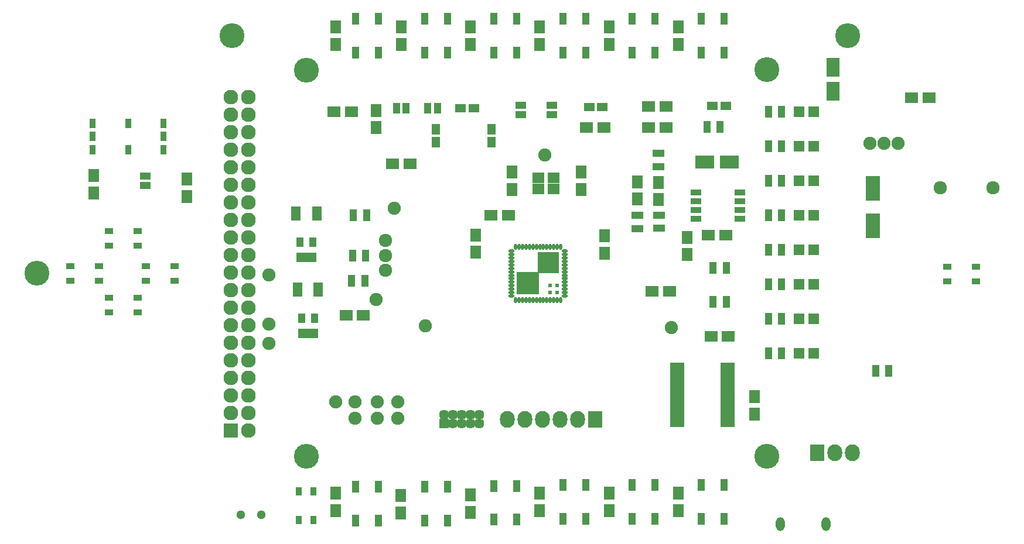
<source format=gts>
G04 #@! TF.GenerationSoftware,KiCad,Pcbnew,(2016-12-18 revision 3ffa37c)-master*
G04 #@! TF.CreationDate,2017-05-23T14:06:46-07:00*
G04 #@! TF.ProjectId,badge-kicad,62616467652D6B696361642E6B696361,rev?*
G04 #@! TF.FileFunction,Soldermask,Top*
G04 #@! TF.FilePolarity,Negative*
%FSLAX46Y46*%
G04 Gerber Fmt 4.6, Leading zero omitted, Abs format (unit mm)*
G04 Created by KiCad (PCBNEW (2016-12-18 revision 3ffa37c)-master) date Tuesday, May 23, 2017 'PMt' 02:06:46 PM*
%MOMM*%
%LPD*%
G01*
G04 APERTURE LIST*
%ADD10C,0.150000*%
%ADD11R,0.564400X0.626900*%
%ADD12O,0.457200X0.914400*%
%ADD13O,0.914400X0.457200*%
%ADD14R,3.270000X3.270000*%
%ADD15R,3.120000X3.120000*%
%ADD16R,1.100000X1.700000*%
%ADD17R,1.650000X1.900000*%
%ADD18O,2.127200X2.432000*%
%ADD19R,2.127200X2.432000*%
%ADD20C,1.900000*%
%ADD21R,1.900000X1.650000*%
%ADD22R,1.600000X1.150000*%
%ADD23R,1.150000X1.600000*%
%ADD24C,3.600000*%
%ADD25O,1.299160X1.997660*%
%ADD26O,0.500006X1.200006*%
%ADD27R,2.753360X1.851660*%
%ADD28R,1.851660X2.753360*%
%ADD29R,1.997660X3.597860*%
%ADD30R,1.700000X1.100000*%
%ADD31R,1.543000X0.908000*%
%ADD32C,1.924000*%
%ADD33R,1.800000X1.600000*%
%ADD34R,0.900000X1.400000*%
%ADD35C,1.450000*%
%ADD36R,1.450000X1.450000*%
%ADD37O,2.127200X2.127200*%
%ADD38R,2.127200X2.127200*%
%ADD39C,1.300000*%
%ADD40R,2.150000X0.850000*%
%ADD41R,1.050000X1.460000*%
%ADD42R,1.400000X2.000000*%
%ADD43R,1.598880X1.598880*%
%ADD44R,1.598880X0.999440*%
%ADD45R,0.999440X1.598880*%
%ADD46R,0.901700X1.303020*%
%ADD47R,1.303020X0.901700*%
%ADD48R,1.102360X1.701800*%
G04 APERTURE END LIST*
D10*
D11*
X150539300Y-91932050D03*
X150539300Y-90932050D03*
X151539300Y-90932050D03*
X151539300Y-91932050D03*
D12*
X145539300Y-85304150D03*
X146039200Y-85304150D03*
X146539100Y-85304150D03*
X147039000Y-85304150D03*
X147538900Y-85304150D03*
X148038800Y-85304150D03*
X148538700Y-85304150D03*
X149038600Y-85304150D03*
X149538500Y-85304150D03*
X150038400Y-85304150D03*
X150538300Y-85304150D03*
X151038200Y-85304150D03*
X151538100Y-85304150D03*
X152038000Y-85304150D03*
X145539300Y-93059750D03*
X146039300Y-93059750D03*
X146539300Y-93059750D03*
X147039300Y-93059750D03*
X147539300Y-93059750D03*
X148039300Y-93059750D03*
X148539300Y-93059750D03*
X149039300Y-93059750D03*
X149539300Y-93059750D03*
X150039300Y-93059750D03*
X150539300Y-93059750D03*
X151039300Y-93059750D03*
X151539300Y-93059750D03*
X152039300Y-93059750D03*
D13*
X144900000Y-85932050D03*
X144900000Y-86432050D03*
X144900000Y-86932050D03*
X144900000Y-87432050D03*
X144900000Y-87932050D03*
X144900000Y-88432050D03*
X144900000Y-88932050D03*
X144900000Y-89432050D03*
X144900000Y-89932050D03*
X144900000Y-90432050D03*
X144900000Y-90932050D03*
X144900000Y-91432050D03*
X144900000Y-91932050D03*
X144900000Y-92432050D03*
X152655600Y-85932050D03*
X152655600Y-86432050D03*
X152655600Y-86932050D03*
X152655600Y-87432050D03*
X152655600Y-87932050D03*
X152655600Y-88432050D03*
X152655600Y-88932050D03*
X152655600Y-89432050D03*
X152655600Y-89932050D03*
X152655600Y-90432050D03*
X152655600Y-90932050D03*
X152655600Y-91432050D03*
X152655600Y-91932050D03*
X152655600Y-92432050D03*
D14*
X147277800Y-90600050D03*
D15*
X150227800Y-87631950D03*
D16*
X174080000Y-88362000D03*
X175980000Y-88362000D03*
D17*
X163170000Y-75902000D03*
X163170000Y-78402000D03*
D18*
X144330000Y-110262000D03*
X146870000Y-110262000D03*
X149410000Y-110262000D03*
X151950000Y-110262000D03*
X154490000Y-110262000D03*
D19*
X157030000Y-110262000D03*
D20*
X109868000Y-99276000D03*
X168034000Y-96990000D03*
X128030000Y-79762000D03*
X132474000Y-96736000D03*
X109868000Y-89370000D03*
X125362000Y-92926000D03*
X109868000Y-96482000D03*
D17*
X139770000Y-83622000D03*
X139770000Y-86122000D03*
X158355000Y-83737000D03*
X158355000Y-86237000D03*
D21*
X141990000Y-80762000D03*
X144490000Y-80762000D03*
D22*
X175880000Y-64962000D03*
X173980000Y-64962000D03*
D23*
X134030000Y-68312000D03*
X134030000Y-70212000D03*
D22*
X139480000Y-65262000D03*
X137580000Y-65262000D03*
D23*
X142030000Y-68312000D03*
X142030000Y-70212000D03*
D22*
X158080000Y-65062000D03*
X156180000Y-65062000D03*
D24*
X76340000Y-89116000D03*
D25*
X190429460Y-125461540D03*
X183830540Y-125461540D03*
D26*
X190430000Y-125462000D03*
X183830000Y-125462000D03*
D21*
X173400000Y-83592000D03*
X175900000Y-83592000D03*
D17*
X170320000Y-86462000D03*
X170320000Y-83962000D03*
X166220000Y-78492000D03*
X166220000Y-75992000D03*
D27*
X172902480Y-73072000D03*
X176397520Y-73072000D03*
D28*
X191430000Y-62809520D03*
X191430000Y-59314480D03*
D29*
X197130000Y-76864520D03*
X197130000Y-82259480D03*
D20*
X128530000Y-110162000D03*
X128530000Y-107762000D03*
X125530000Y-110162000D03*
X196736000Y-70320000D03*
X200800000Y-70320000D03*
X198768000Y-70320000D03*
X125530000Y-107762000D03*
X122330000Y-110162000D03*
X149780000Y-72012000D03*
X122330000Y-107762000D03*
X119530000Y-107762000D03*
D30*
X163170000Y-80762000D03*
X163170000Y-82662000D03*
X166170000Y-73692000D03*
X166170000Y-71792000D03*
D16*
X175080000Y-67962000D03*
X173180000Y-67962000D03*
D30*
X166270000Y-82642000D03*
X166270000Y-80742000D03*
D31*
X171625000Y-77417000D03*
X171625000Y-78687000D03*
X171625000Y-79957000D03*
X171625000Y-81227000D03*
X177975000Y-81227000D03*
X177975000Y-79957000D03*
X177975000Y-78687000D03*
X177975000Y-77417000D03*
D32*
X206930000Y-76762000D03*
X214530000Y-76762000D03*
D33*
X148830000Y-75362000D03*
X151030000Y-75362000D03*
X151030000Y-76962000D03*
X148830000Y-76962000D03*
D34*
X84430000Y-71262000D03*
X84430000Y-67462000D03*
X94630000Y-67462000D03*
X94630000Y-71262000D03*
X94630000Y-69362000D03*
X84430000Y-69362000D03*
X89530000Y-67462000D03*
X89530000Y-71262000D03*
D35*
X135180000Y-109642000D03*
X140260000Y-109642000D03*
X138990000Y-109642000D03*
X137720000Y-109642000D03*
X136450000Y-109642000D03*
X140260000Y-110912000D03*
X138990000Y-110912000D03*
X137720000Y-110912000D03*
X136450000Y-110912000D03*
D36*
X135180000Y-110912000D03*
D37*
X106940000Y-63640000D03*
X104400000Y-63640000D03*
X106940000Y-66180000D03*
X104400000Y-66180000D03*
X106940000Y-68720000D03*
X104400000Y-68720000D03*
X106940000Y-71260000D03*
X104400000Y-71260000D03*
X106940000Y-73800000D03*
X104400000Y-73800000D03*
X106940000Y-76340000D03*
X104400000Y-76340000D03*
X106940000Y-78880000D03*
X104400000Y-78880000D03*
X106940000Y-81420000D03*
X104400000Y-81420000D03*
X106940000Y-83960000D03*
X104400000Y-83960000D03*
X106940000Y-86500000D03*
X104400000Y-86500000D03*
X106940000Y-89040000D03*
X104400000Y-89040000D03*
X106940000Y-91580000D03*
X104400000Y-91580000D03*
X106940000Y-94120000D03*
X104400000Y-94120000D03*
X106940000Y-96660000D03*
X104400000Y-96660000D03*
X106940000Y-99200000D03*
X104400000Y-99200000D03*
X106940000Y-101740000D03*
X104400000Y-101740000D03*
X106940000Y-104280000D03*
X104400000Y-104280000D03*
X106940000Y-106820000D03*
X104400000Y-106820000D03*
X106940000Y-109360000D03*
X104400000Y-109360000D03*
X106940000Y-111900000D03*
D38*
X104400000Y-111900000D03*
D39*
X105780000Y-124087000D03*
X108780000Y-124087000D03*
D40*
X176130000Y-102537000D03*
X176130000Y-103187000D03*
X176130000Y-103837000D03*
X176130000Y-104487000D03*
X176130000Y-105137000D03*
X176130000Y-105787000D03*
X176130000Y-106437000D03*
X176130000Y-107087000D03*
X176130000Y-107737000D03*
X176130000Y-108387000D03*
X176130000Y-109037000D03*
X176130000Y-109687000D03*
X176130000Y-110337000D03*
X176130000Y-110987000D03*
X168930000Y-110987000D03*
X168930000Y-110337000D03*
X168930000Y-109687000D03*
X168930000Y-109037000D03*
X168930000Y-108387000D03*
X168930000Y-107737000D03*
X168930000Y-107087000D03*
X168930000Y-106437000D03*
X168930000Y-105787000D03*
X168930000Y-105137000D03*
X168930000Y-104487000D03*
X168930000Y-103837000D03*
X168930000Y-103187000D03*
X168930000Y-102537000D03*
D41*
X114580000Y-97862000D03*
X115530000Y-97862000D03*
X116480000Y-97862000D03*
X116480000Y-95662000D03*
X114580000Y-95662000D03*
X114330000Y-84662000D03*
X116230000Y-84662000D03*
X116230000Y-86862000D03*
X115280000Y-86862000D03*
X114330000Y-86862000D03*
D17*
X119530000Y-53512000D03*
X119530000Y-56012000D03*
X129030000Y-56012000D03*
X129030000Y-53512000D03*
X139030000Y-56012000D03*
X139030000Y-53512000D03*
X149030000Y-53512000D03*
X149030000Y-56012000D03*
X159030000Y-56012000D03*
X159030000Y-53512000D03*
X169030000Y-53512000D03*
X169030000Y-56012000D03*
X169030000Y-123512000D03*
X169030000Y-121012000D03*
X159030000Y-121012000D03*
X159030000Y-123512000D03*
X149030000Y-123512000D03*
X149030000Y-121012000D03*
X139030000Y-121262000D03*
X139030000Y-123762000D03*
X128930000Y-123812000D03*
X128930000Y-121312000D03*
X119530000Y-121012000D03*
X119530000Y-123512000D03*
D21*
X123530000Y-95262000D03*
X121030000Y-95262000D03*
D42*
X113780000Y-80512000D03*
X116780000Y-80512000D03*
X114030000Y-91512000D03*
X117030000Y-91512000D03*
D21*
X158280000Y-68012000D03*
X155780000Y-68012000D03*
D17*
X145030000Y-74512000D03*
X145030000Y-77012000D03*
D21*
X167280000Y-68012000D03*
X164780000Y-68012000D03*
X164780000Y-65012000D03*
X167280000Y-65012000D03*
X130280000Y-73262000D03*
X127780000Y-73262000D03*
D17*
X125370000Y-68072000D03*
X125370000Y-65572000D03*
D21*
X119280000Y-65762000D03*
X121780000Y-65762000D03*
D17*
X98030000Y-78012000D03*
X98030000Y-75512000D03*
X84530000Y-75012000D03*
X84530000Y-77512000D03*
D21*
X202780000Y-63762000D03*
X205280000Y-63762000D03*
X176280000Y-98262000D03*
X173780000Y-98262000D03*
X167780000Y-91762000D03*
X165280000Y-91762000D03*
D17*
X180030000Y-109512000D03*
X180030000Y-107012000D03*
X155030000Y-77012000D03*
X155030000Y-74512000D03*
D43*
X188579020Y-65762000D03*
X186480980Y-65762000D03*
X188579020Y-70762000D03*
X186480980Y-70762000D03*
X188579020Y-75762000D03*
X186480980Y-75762000D03*
X186480980Y-80762000D03*
X188579020Y-80762000D03*
X186480980Y-85762000D03*
X188579020Y-85762000D03*
X188579020Y-90762000D03*
X186480980Y-90762000D03*
X186480980Y-95762000D03*
X188579020Y-95762000D03*
X186480980Y-100762000D03*
X188579020Y-100762000D03*
D24*
X115330000Y-59762000D03*
X181830000Y-59662000D03*
X115330000Y-115662000D03*
X181830000Y-115662000D03*
X104530000Y-54762000D03*
X193530000Y-54762000D03*
D44*
X146280000Y-64810960D03*
X146280000Y-66213040D03*
X150780000Y-66213040D03*
X150780000Y-64810960D03*
D45*
X132828960Y-65262000D03*
X134231040Y-65262000D03*
X129731040Y-65262000D03*
X128328960Y-65262000D03*
D44*
X92030000Y-76463040D03*
X92030000Y-75060960D03*
D18*
X194210000Y-115162000D03*
X191670000Y-115162000D03*
D19*
X189130000Y-115162000D03*
D16*
X122080000Y-80762000D03*
X123980000Y-80762000D03*
X175980000Y-93262000D03*
X174080000Y-93262000D03*
X121830000Y-90262000D03*
X123730000Y-90262000D03*
X121980000Y-86562000D03*
X123880000Y-86562000D03*
X197580000Y-103262000D03*
X199480000Y-103262000D03*
X183980000Y-70762000D03*
X182080000Y-70762000D03*
X183980000Y-100762000D03*
X182080000Y-100762000D03*
X183980000Y-95762000D03*
X182080000Y-95762000D03*
X183980000Y-65762000D03*
X182080000Y-65762000D03*
X183980000Y-75762000D03*
X182080000Y-75762000D03*
X183980000Y-80762000D03*
X182080000Y-80762000D03*
X183980000Y-90762000D03*
X182080000Y-90762000D03*
X182080000Y-85762000D03*
X183980000Y-85762000D03*
D46*
X116354420Y-120689360D03*
X116354420Y-124834640D03*
X114205580Y-120689360D03*
X114205580Y-124834640D03*
D32*
X126730000Y-88712000D03*
X126730000Y-86562000D03*
X126730000Y-84412000D03*
D47*
X86779360Y-82999580D03*
X90924640Y-82999580D03*
X86779360Y-85148420D03*
X90924640Y-85148420D03*
X90924640Y-94800420D03*
X86779360Y-94800420D03*
X90924640Y-92651580D03*
X86779360Y-92651580D03*
X81191360Y-88079580D03*
X85336640Y-88079580D03*
X81191360Y-90228420D03*
X85336640Y-90228420D03*
X96258640Y-90228420D03*
X92113360Y-90228420D03*
X96258640Y-88079580D03*
X92113360Y-88079580D03*
X207957360Y-88187580D03*
X212102640Y-88187580D03*
X207957360Y-90336420D03*
X212102640Y-90336420D03*
D48*
X122381540Y-52313440D03*
X125678460Y-52313440D03*
X125678460Y-57210560D03*
X122381540Y-57210560D03*
X132381540Y-57210560D03*
X135678460Y-57210560D03*
X135678460Y-52313440D03*
X132381540Y-52313440D03*
X142381540Y-52313440D03*
X145678460Y-52313440D03*
X145678460Y-57210560D03*
X142381540Y-57210560D03*
X152381540Y-57210560D03*
X155678460Y-57210560D03*
X155678460Y-52313440D03*
X152381540Y-52313440D03*
X162381540Y-52313440D03*
X165678460Y-52313440D03*
X165678460Y-57210560D03*
X162381540Y-57210560D03*
X172381540Y-57210560D03*
X175678460Y-57210560D03*
X175678460Y-52313440D03*
X172381540Y-52313440D03*
X172381540Y-119813440D03*
X175678460Y-119813440D03*
X175678460Y-124710560D03*
X172381540Y-124710560D03*
X162381540Y-124710560D03*
X165678460Y-124710560D03*
X165678460Y-119813440D03*
X162381540Y-119813440D03*
X152381540Y-124710560D03*
X155678460Y-124710560D03*
X155678460Y-119813440D03*
X152381540Y-119813440D03*
X142381540Y-119913440D03*
X145678460Y-119913440D03*
X145678460Y-124810560D03*
X142381540Y-124810560D03*
X132381540Y-120063440D03*
X135678460Y-120063440D03*
X135678460Y-124960560D03*
X132381540Y-124960560D03*
X122381540Y-124960560D03*
X125678460Y-124960560D03*
X125678460Y-120063440D03*
X122381540Y-120063440D03*
M02*

</source>
